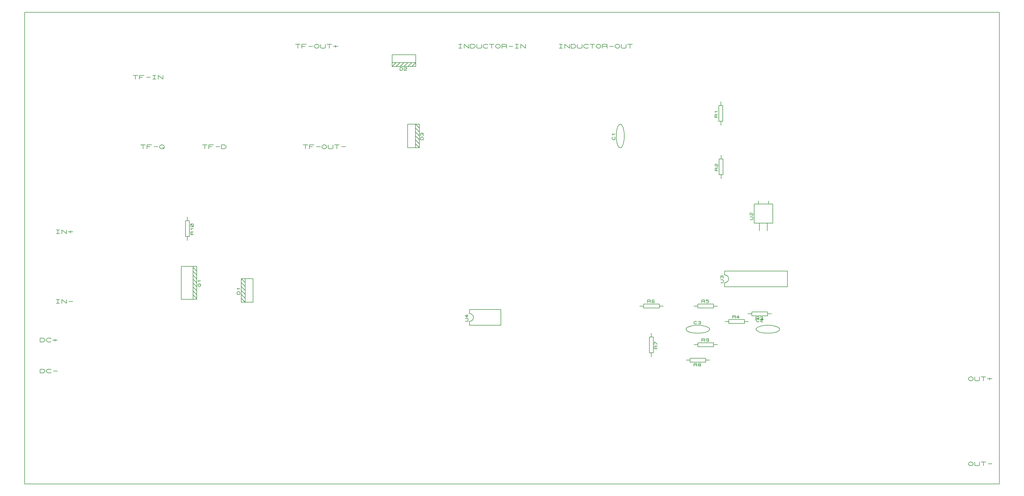
<source format=gbr>
G04 PROTEUS GERBER X2 FILE*
%TF.GenerationSoftware,Labcenter,Proteus,8.7-SP3-Build25561*%
%TF.CreationDate,2020-06-23T21:11:53+00:00*%
%TF.FileFunction,Legend,Top*%
%TF.FilePolarity,Positive*%
%TF.Part,Single*%
%TF.SameCoordinates,{43e51975-e15d-4f1a-9cd5-5ad722afc605}*%
%FSLAX45Y45*%
%MOMM*%
G01*
%TA.AperFunction,Material*%
%ADD20C,0.203200*%
%TA.AperFunction,Profile*%
%ADD17C,0.203200*%
%TD.AperFunction*%
D20*
X-10936500Y+3466600D02*
X-10555500Y+3466600D01*
X-10555500Y+4533400D01*
X-10936500Y+4533400D01*
X-10936500Y+3466600D01*
X-10555500Y+4533400D02*
X-10441200Y+4533400D01*
X-10441200Y+3466600D01*
X-10555500Y+3466600D01*
X-10555500Y+4368300D02*
X-10441200Y+4254000D01*
X-10555500Y+4495300D02*
X-10441200Y+4381000D01*
X-10555500Y+4241300D02*
X-10441200Y+4127000D01*
X-10555500Y+4368300D02*
X-10441200Y+4254000D01*
X-10555500Y+4114300D02*
X-10441200Y+4000000D01*
X-10555500Y+4241300D02*
X-10441200Y+4127000D01*
X-10555500Y+3987300D02*
X-10441200Y+3873000D01*
X-10555500Y+4114300D02*
X-10441200Y+4000000D01*
X-10555500Y+3860300D02*
X-10441200Y+3746000D01*
X-10555500Y+3987300D02*
X-10441200Y+3873000D01*
X-10555500Y+3733300D02*
X-10441200Y+3619000D01*
X-10555500Y+3860300D02*
X-10441200Y+3746000D01*
X-10555500Y+3606300D02*
X-10441200Y+3492000D01*
X-10555500Y+3733300D02*
X-10441200Y+3619000D01*
X-10370080Y+3873000D02*
X-10400560Y+3904750D01*
X-10400560Y+3936500D01*
X-10370080Y+3968250D01*
X-10339600Y+3968250D01*
X-10309120Y+3936500D01*
X-10309120Y+3904750D01*
X-10339600Y+3873000D01*
X-10370080Y+3873000D01*
X-10339600Y+3936500D02*
X-10309120Y+3968250D01*
X-10370080Y+4031750D02*
X-10400560Y+4063500D01*
X-10309120Y+4063500D01*
X-8877000Y+3373000D02*
X-8623000Y+3373000D01*
X-8623000Y+4135000D01*
X-8877000Y+4135000D01*
X-8877000Y+3373000D01*
X-9004000Y+3373000D01*
X-9004000Y+4135000D01*
X-8877000Y+4135000D01*
X-8877000Y+3373000D02*
X-9004000Y+3500000D01*
X-8877000Y+3500000D02*
X-9004000Y+3627000D01*
X-8877000Y+3627000D02*
X-9004000Y+3754000D01*
X-8877000Y+3754000D02*
X-9004000Y+3881000D01*
X-8877000Y+3881000D02*
X-9004000Y+4008000D01*
X-8877000Y+4008000D02*
X-9004000Y+4135000D01*
X-9044640Y+3627000D02*
X-9136080Y+3627000D01*
X-9136080Y+3690500D01*
X-9105600Y+3722250D01*
X-9075120Y+3722250D01*
X-9044640Y+3690500D01*
X-9044640Y+3627000D01*
X-9105600Y+3785750D02*
X-9136080Y+3817500D01*
X-9044640Y+3817500D01*
X-4127000Y+11123000D02*
X-3365000Y+11123000D01*
X-3365000Y+11377000D01*
X-4127000Y+11377000D01*
X-4127000Y+11123000D01*
X-3365000Y+11123000D02*
X-3365000Y+10996000D01*
X-4127000Y+10996000D01*
X-4127000Y+11123000D01*
X-3365000Y+11123000D02*
X-3492000Y+10996000D01*
X-3492000Y+11123000D02*
X-3619000Y+10996000D01*
X-3619000Y+11123000D02*
X-3746000Y+10996000D01*
X-3746000Y+11123000D02*
X-3873000Y+10996000D01*
X-3873000Y+11123000D02*
X-4000000Y+10996000D01*
X-4000000Y+11123000D02*
X-4127000Y+10996000D01*
X-3873000Y+10863920D02*
X-3873000Y+10955360D01*
X-3809500Y+10955360D01*
X-3777750Y+10924880D01*
X-3777750Y+10894400D01*
X-3809500Y+10863920D01*
X-3873000Y+10863920D01*
X-3730125Y+10940120D02*
X-3714250Y+10955360D01*
X-3666625Y+10955360D01*
X-3650750Y+10940120D01*
X-3650750Y+10924880D01*
X-3666625Y+10909640D01*
X-3714250Y+10909640D01*
X-3730125Y+10894400D01*
X-3730125Y+10863920D01*
X-3650750Y+10863920D01*
X-3627000Y+8365000D02*
X-3373000Y+8365000D01*
X-3373000Y+9127000D01*
X-3627000Y+9127000D01*
X-3627000Y+8365000D01*
X-3373000Y+9127000D02*
X-3246000Y+9127000D01*
X-3246000Y+8365000D01*
X-3373000Y+8365000D01*
X-3373000Y+9127000D02*
X-3246000Y+9000000D01*
X-3373000Y+9000000D02*
X-3246000Y+8873000D01*
X-3373000Y+8873000D02*
X-3246000Y+8746000D01*
X-3373000Y+8746000D02*
X-3246000Y+8619000D01*
X-3373000Y+8619000D02*
X-3246000Y+8492000D01*
X-3373000Y+8492000D02*
X-3246000Y+8365000D01*
X-3113920Y+8619000D02*
X-3205360Y+8619000D01*
X-3205360Y+8682500D01*
X-3174880Y+8714250D01*
X-3144400Y+8714250D01*
X-3113920Y+8682500D01*
X-3113920Y+8619000D01*
X-3190120Y+8761875D02*
X-3205360Y+8777750D01*
X-3205360Y+8825375D01*
X-3190120Y+8841250D01*
X-3174880Y+8841250D01*
X-3159640Y+8825375D01*
X-3144400Y+8841250D01*
X-3129160Y+8841250D01*
X-3113920Y+8825375D01*
X-3113920Y+8777750D01*
X-3129160Y+8761875D01*
X-3159640Y+8793625D02*
X-3159640Y+8825375D01*
X+3250000Y+8365000D02*
X+3224124Y+8372516D01*
X+3200152Y+8394170D01*
X+3178562Y+8428624D01*
X+3159830Y+8474538D01*
X+3144431Y+8530571D01*
X+3132842Y+8595386D01*
X+3125540Y+8667642D01*
X+3123000Y+8746000D01*
X+3250000Y+9127000D02*
X+3224124Y+9119380D01*
X+3200152Y+9097472D01*
X+3178562Y+9062706D01*
X+3159830Y+9016510D01*
X+3144431Y+8960312D01*
X+3132842Y+8895542D01*
X+3125540Y+8823629D01*
X+3123000Y+8746000D01*
X+3250000Y+9127000D02*
X+3275876Y+9119380D01*
X+3299848Y+9097472D01*
X+3321438Y+9062706D01*
X+3340170Y+9016510D01*
X+3355569Y+8960312D01*
X+3367158Y+8895542D01*
X+3374460Y+8823629D01*
X+3377000Y+8746000D01*
X+3250000Y+8365000D02*
X+3275876Y+8372516D01*
X+3299848Y+8394170D01*
X+3321438Y+8428624D01*
X+3340170Y+8474538D01*
X+3355569Y+8530571D01*
X+3367158Y+8595386D01*
X+3374460Y+8667642D01*
X+3377000Y+8746000D01*
X+3067120Y+8714250D02*
X+3082360Y+8698375D01*
X+3082360Y+8650750D01*
X+3051880Y+8619000D01*
X+3021400Y+8619000D01*
X+2990920Y+8650750D01*
X+2990920Y+8698375D01*
X+3006160Y+8714250D01*
X+3021400Y+8777750D02*
X+2990920Y+8809500D01*
X+3082360Y+8809500D01*
D17*
X-16000000Y-2500000D02*
X+15500000Y-2500000D01*
X+15500000Y+12750000D01*
X-16000000Y+12750000D01*
X-16000000Y-2500000D01*
D20*
X+6500000Y+9095000D02*
X+6500000Y+9222000D01*
X+6436500Y+9222000D02*
X+6563500Y+9222000D01*
X+6563500Y+9730000D01*
X+6436500Y+9730000D01*
X+6436500Y+9222000D01*
X+6500000Y+9730000D02*
X+6500000Y+9857000D01*
X+6395860Y+9349000D02*
X+6304420Y+9349000D01*
X+6304420Y+9428375D01*
X+6319660Y+9444250D01*
X+6334900Y+9444250D01*
X+6350140Y+9428375D01*
X+6350140Y+9349000D01*
X+6350140Y+9428375D02*
X+6365380Y+9444250D01*
X+6395860Y+9444250D01*
X+6334900Y+9507750D02*
X+6304420Y+9539500D01*
X+6395860Y+9539500D01*
X+6508000Y+7369000D02*
X+6508000Y+7496000D01*
X+6444500Y+7496000D02*
X+6571500Y+7496000D01*
X+6571500Y+8004000D01*
X+6444500Y+8004000D01*
X+6444500Y+7496000D01*
X+6508000Y+8004000D02*
X+6508000Y+8131000D01*
X+6403860Y+7623000D02*
X+6312420Y+7623000D01*
X+6312420Y+7702375D01*
X+6327660Y+7718250D01*
X+6342900Y+7718250D01*
X+6358140Y+7702375D01*
X+6358140Y+7623000D01*
X+6358140Y+7702375D02*
X+6373380Y+7718250D01*
X+6403860Y+7718250D01*
X+6327660Y+7765875D02*
X+6312420Y+7781750D01*
X+6312420Y+7829375D01*
X+6327660Y+7845250D01*
X+6342900Y+7845250D01*
X+6358140Y+7829375D01*
X+6358140Y+7781750D01*
X+6373380Y+7765875D01*
X+6403860Y+7765875D01*
X+6403860Y+7845250D01*
X+7575000Y+5928000D02*
X+8175000Y+5928000D01*
X+8175000Y+6548000D01*
X+7575000Y+6548000D01*
X+7575000Y+5928000D01*
X+7748000Y+5688000D02*
X+7748000Y+5928000D01*
X+8002000Y+5688000D02*
X+8002000Y+5926000D01*
X+7709000Y+6648000D02*
X+7709000Y+6549000D01*
X+8039000Y+6648000D02*
X+8039000Y+6549000D01*
X+7442920Y+6042000D02*
X+7519120Y+6042000D01*
X+7534360Y+6057875D01*
X+7534360Y+6121375D01*
X+7519120Y+6137250D01*
X+7442920Y+6137250D01*
X+7458160Y+6184875D02*
X+7442920Y+6200750D01*
X+7442920Y+6248375D01*
X+7458160Y+6264250D01*
X+7473400Y+6264250D01*
X+7488640Y+6248375D01*
X+7488640Y+6200750D01*
X+7503880Y+6184875D01*
X+7534360Y+6184875D01*
X+7534360Y+6264250D01*
X+6623000Y+3877000D02*
X+6623000Y+4004000D01*
X+6750000Y+4131000D02*
X+6747564Y+4156876D01*
X+6740515Y+4180848D01*
X+6729238Y+4202438D01*
X+6714122Y+4221170D01*
X+6695554Y+4236569D01*
X+6673919Y+4248158D01*
X+6649606Y+4255460D01*
X+6623000Y+4258000D01*
X+6750000Y+4131000D02*
X+6747564Y+4104394D01*
X+6740515Y+4080081D01*
X+6729238Y+4058446D01*
X+6714122Y+4039878D01*
X+6695554Y+4024762D01*
X+6673919Y+4013485D01*
X+6649606Y+4006436D01*
X+6623000Y+4004000D01*
X+6623000Y+4258000D02*
X+6623000Y+4385000D01*
X+8655000Y+3877000D02*
X+8655000Y+4385000D01*
X+6623000Y+3877000D02*
X+8655000Y+3877000D01*
X+8655000Y+4385000D02*
X+6623000Y+4385000D01*
X+6490920Y+4004000D02*
X+6567120Y+4004000D01*
X+6582360Y+4019875D01*
X+6582360Y+4083375D01*
X+6567120Y+4099250D01*
X+6490920Y+4099250D01*
X+6506160Y+4146875D02*
X+6490920Y+4162750D01*
X+6490920Y+4210375D01*
X+6506160Y+4226250D01*
X+6521400Y+4226250D01*
X+6536640Y+4210375D01*
X+6551880Y+4226250D01*
X+6567120Y+4226250D01*
X+6582360Y+4210375D01*
X+6582360Y+4162750D01*
X+6567120Y+4146875D01*
X+6536640Y+4178625D02*
X+6536640Y+4210375D01*
X+8401000Y+2500000D02*
X+8393484Y+2474124D01*
X+8371830Y+2450152D01*
X+8337376Y+2428562D01*
X+8291462Y+2409830D01*
X+8235428Y+2394431D01*
X+8170614Y+2382842D01*
X+8098358Y+2375540D01*
X+8020000Y+2373000D01*
X+7639000Y+2500000D02*
X+7646620Y+2474124D01*
X+7668528Y+2450152D01*
X+7703294Y+2428562D01*
X+7749490Y+2409830D01*
X+7805688Y+2394431D01*
X+7870458Y+2382842D01*
X+7942371Y+2375540D01*
X+8020000Y+2373000D01*
X+7639000Y+2500000D02*
X+7646620Y+2525876D01*
X+7668528Y+2549848D01*
X+7703294Y+2571438D01*
X+7749490Y+2590170D01*
X+7805688Y+2605569D01*
X+7870458Y+2617158D01*
X+7942371Y+2624460D01*
X+8020000Y+2627000D01*
X+8401000Y+2500000D02*
X+8393484Y+2525876D01*
X+8371830Y+2549848D01*
X+8337376Y+2571438D01*
X+8291462Y+2590170D01*
X+8235428Y+2605569D01*
X+8170614Y+2617158D01*
X+8098358Y+2624460D01*
X+8020000Y+2627000D01*
X+7738250Y+2756160D02*
X+7722375Y+2740920D01*
X+7674750Y+2740920D01*
X+7643000Y+2771400D01*
X+7643000Y+2801880D01*
X+7674750Y+2832360D01*
X+7722375Y+2832360D01*
X+7738250Y+2817120D01*
X+7785875Y+2817120D02*
X+7801750Y+2832360D01*
X+7849375Y+2832360D01*
X+7865250Y+2817120D01*
X+7865250Y+2801880D01*
X+7849375Y+2786640D01*
X+7801750Y+2786640D01*
X+7785875Y+2771400D01*
X+7785875Y+2740920D01*
X+7865250Y+2740920D01*
X+8139000Y+3000000D02*
X+8012000Y+3000000D01*
X+7504000Y+2936500D02*
X+8012000Y+2936500D01*
X+8012000Y+3063500D01*
X+7504000Y+3063500D01*
X+7504000Y+2936500D01*
X+7504000Y+3000000D02*
X+7377000Y+3000000D01*
X+7631000Y+2804420D02*
X+7631000Y+2895860D01*
X+7710375Y+2895860D01*
X+7726250Y+2880620D01*
X+7726250Y+2865380D01*
X+7710375Y+2850140D01*
X+7631000Y+2850140D01*
X+7710375Y+2850140D02*
X+7726250Y+2834900D01*
X+7726250Y+2804420D01*
X+7773875Y+2880620D02*
X+7789750Y+2895860D01*
X+7837375Y+2895860D01*
X+7853250Y+2880620D01*
X+7853250Y+2865380D01*
X+7837375Y+2850140D01*
X+7853250Y+2834900D01*
X+7853250Y+2819660D01*
X+7837375Y+2804420D01*
X+7789750Y+2804420D01*
X+7773875Y+2819660D01*
X+7805625Y+2850140D02*
X+7837375Y+2850140D01*
X+5627000Y+3250000D02*
X+5754000Y+3250000D01*
X+5754000Y+3186500D02*
X+6262000Y+3186500D01*
X+6262000Y+3313500D01*
X+5754000Y+3313500D01*
X+5754000Y+3186500D01*
X+6262000Y+3250000D02*
X+6389000Y+3250000D01*
X+5881000Y+3354140D02*
X+5881000Y+3445580D01*
X+5960375Y+3445580D01*
X+5976250Y+3430340D01*
X+5976250Y+3415100D01*
X+5960375Y+3399860D01*
X+5881000Y+3399860D01*
X+5960375Y+3399860D02*
X+5976250Y+3384620D01*
X+5976250Y+3354140D01*
X+6103250Y+3445580D02*
X+6023875Y+3445580D01*
X+6023875Y+3415100D01*
X+6087375Y+3415100D01*
X+6103250Y+3399860D01*
X+6103250Y+3369380D01*
X+6087375Y+3354140D01*
X+6039750Y+3354140D01*
X+6023875Y+3369380D01*
X+6627000Y+2750000D02*
X+6754000Y+2750000D01*
X+6754000Y+2686500D02*
X+7262000Y+2686500D01*
X+7262000Y+2813500D01*
X+6754000Y+2813500D01*
X+6754000Y+2686500D01*
X+7262000Y+2750000D02*
X+7389000Y+2750000D01*
X+6881000Y+2854140D02*
X+6881000Y+2945580D01*
X+6960375Y+2945580D01*
X+6976250Y+2930340D01*
X+6976250Y+2915100D01*
X+6960375Y+2899860D01*
X+6881000Y+2899860D01*
X+6960375Y+2899860D02*
X+6976250Y+2884620D01*
X+6976250Y+2854140D01*
X+7103250Y+2884620D02*
X+7008000Y+2884620D01*
X+7071500Y+2945580D01*
X+7071500Y+2854140D01*
X+5373000Y+2500000D02*
X+5380516Y+2525876D01*
X+5402170Y+2549848D01*
X+5436624Y+2571438D01*
X+5482538Y+2590170D01*
X+5538572Y+2605569D01*
X+5603386Y+2617158D01*
X+5675642Y+2624460D01*
X+5754000Y+2627000D01*
X+6135000Y+2500000D02*
X+6127380Y+2525876D01*
X+6105472Y+2549848D01*
X+6070706Y+2571438D01*
X+6024510Y+2590170D01*
X+5968312Y+2605569D01*
X+5903542Y+2617158D01*
X+5831629Y+2624460D01*
X+5754000Y+2627000D01*
X+6135000Y+2500000D02*
X+6127380Y+2474124D01*
X+6105472Y+2450152D01*
X+6070706Y+2428562D01*
X+6024510Y+2409830D01*
X+5968312Y+2394431D01*
X+5903542Y+2382842D01*
X+5831629Y+2375540D01*
X+5754000Y+2373000D01*
X+5373000Y+2500000D02*
X+5380516Y+2474124D01*
X+5402170Y+2450152D01*
X+5436624Y+2428562D01*
X+5482538Y+2409830D01*
X+5538572Y+2394431D01*
X+5603386Y+2382842D01*
X+5675642Y+2375540D01*
X+5754000Y+2373000D01*
X+5722250Y+2682880D02*
X+5706375Y+2667640D01*
X+5658750Y+2667640D01*
X+5627000Y+2698120D01*
X+5627000Y+2728600D01*
X+5658750Y+2759080D01*
X+5706375Y+2759080D01*
X+5722250Y+2743840D01*
X+5769875Y+2743840D02*
X+5785750Y+2759080D01*
X+5833375Y+2759080D01*
X+5849250Y+2743840D01*
X+5849250Y+2728600D01*
X+5833375Y+2713360D01*
X+5849250Y+2698120D01*
X+5849250Y+2682880D01*
X+5833375Y+2667640D01*
X+5785750Y+2667640D01*
X+5769875Y+2682880D01*
X+5801625Y+2713360D02*
X+5833375Y+2713360D01*
X+3877000Y+3250000D02*
X+4004000Y+3250000D01*
X+4004000Y+3186500D02*
X+4512000Y+3186500D01*
X+4512000Y+3313500D01*
X+4004000Y+3313500D01*
X+4004000Y+3186500D01*
X+4512000Y+3250000D02*
X+4639000Y+3250000D01*
X+4131000Y+3354140D02*
X+4131000Y+3445580D01*
X+4210375Y+3445580D01*
X+4226250Y+3430340D01*
X+4226250Y+3415100D01*
X+4210375Y+3399860D01*
X+4131000Y+3399860D01*
X+4210375Y+3399860D02*
X+4226250Y+3384620D01*
X+4226250Y+3354140D01*
X+4353250Y+3430340D02*
X+4337375Y+3445580D01*
X+4289750Y+3445580D01*
X+4273875Y+3430340D01*
X+4273875Y+3369380D01*
X+4289750Y+3354140D01*
X+4337375Y+3354140D01*
X+4353250Y+3369380D01*
X+4353250Y+3384620D01*
X+4337375Y+3399860D01*
X+4273875Y+3399860D01*
X+6139000Y+1500000D02*
X+6012000Y+1500000D01*
X+5504000Y+1436500D02*
X+6012000Y+1436500D01*
X+6012000Y+1563500D01*
X+5504000Y+1563500D01*
X+5504000Y+1436500D01*
X+5504000Y+1500000D02*
X+5377000Y+1500000D01*
X+5631000Y+1304420D02*
X+5631000Y+1395860D01*
X+5710375Y+1395860D01*
X+5726250Y+1380620D01*
X+5726250Y+1365380D01*
X+5710375Y+1350140D01*
X+5631000Y+1350140D01*
X+5710375Y+1350140D02*
X+5726250Y+1334900D01*
X+5726250Y+1304420D01*
X+5789750Y+1350140D02*
X+5773875Y+1365380D01*
X+5773875Y+1380620D01*
X+5789750Y+1395860D01*
X+5837375Y+1395860D01*
X+5853250Y+1380620D01*
X+5853250Y+1365380D01*
X+5837375Y+1350140D01*
X+5789750Y+1350140D01*
X+5773875Y+1334900D01*
X+5773875Y+1319660D01*
X+5789750Y+1304420D01*
X+5837375Y+1304420D01*
X+5853250Y+1319660D01*
X+5853250Y+1334900D01*
X+5837375Y+1350140D01*
X+4250000Y+2373000D02*
X+4250000Y+2246000D01*
X+4186500Y+1738000D02*
X+4313500Y+1738000D01*
X+4313500Y+2246000D01*
X+4186500Y+2246000D01*
X+4186500Y+1738000D01*
X+4250000Y+1738000D02*
X+4250000Y+1611000D01*
X+4445580Y+1865000D02*
X+4354140Y+1865000D01*
X+4354140Y+1944375D01*
X+4369380Y+1960250D01*
X+4384620Y+1960250D01*
X+4399860Y+1944375D01*
X+4399860Y+1865000D01*
X+4399860Y+1944375D02*
X+4415100Y+1960250D01*
X+4445580Y+1960250D01*
X+4354140Y+2007875D02*
X+4354140Y+2087250D01*
X+4369380Y+2087250D01*
X+4445580Y+2007875D01*
X+5627000Y+2000000D02*
X+5754000Y+2000000D01*
X+5754000Y+1936500D02*
X+6262000Y+1936500D01*
X+6262000Y+2063500D01*
X+5754000Y+2063500D01*
X+5754000Y+1936500D01*
X+6262000Y+2000000D02*
X+6389000Y+2000000D01*
X+5881000Y+2104140D02*
X+5881000Y+2195580D01*
X+5960375Y+2195580D01*
X+5976250Y+2180340D01*
X+5976250Y+2165100D01*
X+5960375Y+2149860D01*
X+5881000Y+2149860D01*
X+5960375Y+2149860D02*
X+5976250Y+2134620D01*
X+5976250Y+2104140D01*
X+6103250Y+2165100D02*
X+6087375Y+2149860D01*
X+6039750Y+2149860D01*
X+6023875Y+2165100D01*
X+6023875Y+2180340D01*
X+6039750Y+2195580D01*
X+6087375Y+2195580D01*
X+6103250Y+2180340D01*
X+6103250Y+2119380D01*
X+6087375Y+2104140D01*
X+6039750Y+2104140D01*
X-1627000Y+3008000D02*
X-1627000Y+3135000D01*
X-611000Y+3135000D01*
X-611000Y+2627000D01*
X-1627000Y+2627000D01*
X-1627000Y+2754000D01*
X-1500000Y+2881000D02*
X-1502436Y+2906876D01*
X-1509485Y+2930848D01*
X-1520762Y+2952438D01*
X-1535878Y+2971170D01*
X-1554446Y+2986569D01*
X-1576081Y+2998158D01*
X-1600394Y+3005460D01*
X-1627000Y+3008000D01*
X-1500000Y+2881000D02*
X-1502436Y+2854394D01*
X-1509485Y+2830081D01*
X-1520762Y+2808446D01*
X-1535878Y+2789878D01*
X-1554446Y+2774762D01*
X-1576081Y+2763485D01*
X-1600394Y+2756436D01*
X-1627000Y+2754000D01*
X-1759080Y+2754000D02*
X-1682880Y+2754000D01*
X-1667640Y+2769875D01*
X-1667640Y+2833375D01*
X-1682880Y+2849250D01*
X-1759080Y+2849250D01*
X-1698120Y+2976250D02*
X-1698120Y+2881000D01*
X-1759080Y+2944500D01*
X-1667640Y+2944500D01*
X-10742000Y+6131000D02*
X-10742000Y+6004000D01*
X-10805500Y+5496000D02*
X-10678500Y+5496000D01*
X-10678500Y+6004000D01*
X-10805500Y+6004000D01*
X-10805500Y+5496000D01*
X-10742000Y+5496000D02*
X-10742000Y+5369000D01*
X-10546420Y+5559500D02*
X-10637860Y+5559500D01*
X-10637860Y+5638875D01*
X-10622620Y+5654750D01*
X-10607380Y+5654750D01*
X-10592140Y+5638875D01*
X-10592140Y+5559500D01*
X-10592140Y+5638875D02*
X-10576900Y+5654750D01*
X-10546420Y+5654750D01*
X-10607380Y+5718250D02*
X-10637860Y+5750000D01*
X-10546420Y+5750000D01*
X-10561660Y+5813500D02*
X-10622620Y+5813500D01*
X-10637860Y+5829375D01*
X-10637860Y+5892875D01*
X-10622620Y+5908750D01*
X-10561660Y+5908750D01*
X-10546420Y+5892875D01*
X-10546420Y+5829375D01*
X-10561660Y+5813500D01*
X-10546420Y+5813500D02*
X-10637860Y+5908750D01*
X-14974600Y+5709360D02*
X-14873000Y+5709360D01*
X-14923800Y+5709360D02*
X-14923800Y+5587440D01*
X-14974600Y+5587440D02*
X-14873000Y+5587440D01*
X-14796800Y+5587440D02*
X-14796800Y+5709360D01*
X-14644400Y+5587440D01*
X-14644400Y+5709360D01*
X-14593600Y+5648400D02*
X-14441200Y+5648400D01*
X-14517400Y+5689040D02*
X-14517400Y+5607760D01*
X-14974600Y+3459360D02*
X-14873000Y+3459360D01*
X-14923800Y+3459360D02*
X-14923800Y+3337440D01*
X-14974600Y+3337440D02*
X-14873000Y+3337440D01*
X-14796800Y+3337440D02*
X-14796800Y+3459360D01*
X-14644400Y+3337440D01*
X-14644400Y+3459360D01*
X-14568200Y+3398400D02*
X-14441200Y+3398400D01*
X+14500000Y+918720D02*
X+14550800Y+959360D01*
X+14601600Y+959360D01*
X+14652400Y+918720D01*
X+14652400Y+878080D01*
X+14601600Y+837440D01*
X+14550800Y+837440D01*
X+14500000Y+878080D01*
X+14500000Y+918720D01*
X+14703200Y+959360D02*
X+14703200Y+857760D01*
X+14728600Y+837440D01*
X+14830200Y+837440D01*
X+14855600Y+857760D01*
X+14855600Y+959360D01*
X+14906400Y+959360D02*
X+15058800Y+959360D01*
X+14982600Y+959360D02*
X+14982600Y+837440D01*
X+15109600Y+898400D02*
X+15262000Y+898400D01*
X+15185800Y+939040D02*
X+15185800Y+857760D01*
X+14500000Y-1831280D02*
X+14550800Y-1790640D01*
X+14601600Y-1790640D01*
X+14652400Y-1831280D01*
X+14652400Y-1871920D01*
X+14601600Y-1912560D01*
X+14550800Y-1912560D01*
X+14500000Y-1871920D01*
X+14500000Y-1831280D01*
X+14703200Y-1790640D02*
X+14703200Y-1892240D01*
X+14728600Y-1912560D01*
X+14830200Y-1912560D01*
X+14855600Y-1892240D01*
X+14855600Y-1790640D01*
X+14906400Y-1790640D02*
X+15058800Y-1790640D01*
X+14982600Y-1790640D02*
X+14982600Y-1912560D01*
X+15135000Y-1851600D02*
X+15262000Y-1851600D01*
X-15500000Y+2087440D02*
X-15500000Y+2209360D01*
X-15398400Y+2209360D01*
X-15347600Y+2168720D01*
X-15347600Y+2128080D01*
X-15398400Y+2087440D01*
X-15500000Y+2087440D01*
X-15144400Y+2107760D02*
X-15169800Y+2087440D01*
X-15246000Y+2087440D01*
X-15296800Y+2128080D01*
X-15296800Y+2168720D01*
X-15246000Y+2209360D01*
X-15169800Y+2209360D01*
X-15144400Y+2189040D01*
X-15093600Y+2148400D02*
X-14941200Y+2148400D01*
X-15017400Y+2189040D02*
X-15017400Y+2107760D01*
X-15500000Y+1087440D02*
X-15500000Y+1209360D01*
X-15398400Y+1209360D01*
X-15347600Y+1168720D01*
X-15347600Y+1128080D01*
X-15398400Y+1087440D01*
X-15500000Y+1087440D01*
X-15144400Y+1107760D02*
X-15169800Y+1087440D01*
X-15246000Y+1087440D01*
X-15296800Y+1128080D01*
X-15296800Y+1168720D01*
X-15246000Y+1209360D01*
X-15169800Y+1209360D01*
X-15144400Y+1189040D01*
X-15068200Y+1148400D02*
X-14941200Y+1148400D01*
X-12500000Y+10709360D02*
X-12347600Y+10709360D01*
X-12423800Y+10709360D02*
X-12423800Y+10587440D01*
X-12296800Y+10587440D02*
X-12296800Y+10709360D01*
X-12144400Y+10709360D01*
X-12296800Y+10648400D02*
X-12195200Y+10648400D01*
X-12068200Y+10648400D02*
X-11941200Y+10648400D01*
X-11865000Y+10709360D02*
X-11763400Y+10709360D01*
X-11814200Y+10709360D02*
X-11814200Y+10587440D01*
X-11865000Y+10587440D02*
X-11763400Y+10587440D01*
X-11687200Y+10587440D02*
X-11687200Y+10709360D01*
X-11534800Y+10587440D01*
X-11534800Y+10709360D01*
X-12250000Y+8459360D02*
X-12097600Y+8459360D01*
X-12173800Y+8459360D02*
X-12173800Y+8337440D01*
X-12046800Y+8337440D02*
X-12046800Y+8459360D01*
X-11894400Y+8459360D01*
X-12046800Y+8398400D02*
X-11945200Y+8398400D01*
X-11818200Y+8398400D02*
X-11691200Y+8398400D01*
X-11640400Y+8418720D02*
X-11589600Y+8459360D01*
X-11538800Y+8459360D01*
X-11488000Y+8418720D01*
X-11488000Y+8378080D01*
X-11538800Y+8337440D01*
X-11589600Y+8337440D01*
X-11640400Y+8378080D01*
X-11640400Y+8418720D01*
X-11538800Y+8378080D02*
X-11488000Y+8337440D01*
X-10250000Y+8459360D02*
X-10097600Y+8459360D01*
X-10173800Y+8459360D02*
X-10173800Y+8337440D01*
X-10046800Y+8337440D02*
X-10046800Y+8459360D01*
X-9894400Y+8459360D01*
X-10046800Y+8398400D02*
X-9945200Y+8398400D01*
X-9818200Y+8398400D02*
X-9691200Y+8398400D01*
X-9640400Y+8337440D02*
X-9640400Y+8459360D01*
X-9538800Y+8459360D01*
X-9488000Y+8418720D01*
X-9488000Y+8378080D01*
X-9538800Y+8337440D01*
X-9640400Y+8337440D01*
X-7250000Y+11709360D02*
X-7097600Y+11709360D01*
X-7173800Y+11709360D02*
X-7173800Y+11587440D01*
X-7046800Y+11587440D02*
X-7046800Y+11709360D01*
X-6894400Y+11709360D01*
X-7046800Y+11648400D02*
X-6945200Y+11648400D01*
X-6818200Y+11648400D02*
X-6691200Y+11648400D01*
X-6640400Y+11668720D02*
X-6589600Y+11709360D01*
X-6538800Y+11709360D01*
X-6488000Y+11668720D01*
X-6488000Y+11628080D01*
X-6538800Y+11587440D01*
X-6589600Y+11587440D01*
X-6640400Y+11628080D01*
X-6640400Y+11668720D01*
X-6437200Y+11709360D02*
X-6437200Y+11607760D01*
X-6411800Y+11587440D01*
X-6310200Y+11587440D01*
X-6284800Y+11607760D01*
X-6284800Y+11709360D01*
X-6234000Y+11709360D02*
X-6081600Y+11709360D01*
X-6157800Y+11709360D02*
X-6157800Y+11587440D01*
X-6030800Y+11648400D02*
X-5878400Y+11648400D01*
X-5954600Y+11689040D02*
X-5954600Y+11607760D01*
X-7000000Y+8459360D02*
X-6847600Y+8459360D01*
X-6923800Y+8459360D02*
X-6923800Y+8337440D01*
X-6796800Y+8337440D02*
X-6796800Y+8459360D01*
X-6644400Y+8459360D01*
X-6796800Y+8398400D02*
X-6695200Y+8398400D01*
X-6568200Y+8398400D02*
X-6441200Y+8398400D01*
X-6390400Y+8418720D02*
X-6339600Y+8459360D01*
X-6288800Y+8459360D01*
X-6238000Y+8418720D01*
X-6238000Y+8378080D01*
X-6288800Y+8337440D01*
X-6339600Y+8337440D01*
X-6390400Y+8378080D01*
X-6390400Y+8418720D01*
X-6187200Y+8459360D02*
X-6187200Y+8357760D01*
X-6161800Y+8337440D01*
X-6060200Y+8337440D01*
X-6034800Y+8357760D01*
X-6034800Y+8459360D01*
X-5984000Y+8459360D02*
X-5831600Y+8459360D01*
X-5907800Y+8459360D02*
X-5907800Y+8337440D01*
X-5755400Y+8398400D02*
X-5628400Y+8398400D01*
X-1974600Y+11709360D02*
X-1873000Y+11709360D01*
X-1923800Y+11709360D02*
X-1923800Y+11587440D01*
X-1974600Y+11587440D02*
X-1873000Y+11587440D01*
X-1796800Y+11587440D02*
X-1796800Y+11709360D01*
X-1644400Y+11587440D01*
X-1644400Y+11709360D01*
X-1593600Y+11587440D02*
X-1593600Y+11709360D01*
X-1492000Y+11709360D01*
X-1441200Y+11668720D01*
X-1441200Y+11628080D01*
X-1492000Y+11587440D01*
X-1593600Y+11587440D01*
X-1390400Y+11709360D02*
X-1390400Y+11607760D01*
X-1365000Y+11587440D01*
X-1263400Y+11587440D01*
X-1238000Y+11607760D01*
X-1238000Y+11709360D01*
X-1034800Y+11607760D02*
X-1060200Y+11587440D01*
X-1136400Y+11587440D01*
X-1187200Y+11628080D01*
X-1187200Y+11668720D01*
X-1136400Y+11709360D01*
X-1060200Y+11709360D01*
X-1034800Y+11689040D01*
X-984000Y+11709360D02*
X-831600Y+11709360D01*
X-907800Y+11709360D02*
X-907800Y+11587440D01*
X-780800Y+11668720D02*
X-730000Y+11709360D01*
X-679200Y+11709360D01*
X-628400Y+11668720D01*
X-628400Y+11628080D01*
X-679200Y+11587440D01*
X-730000Y+11587440D01*
X-780800Y+11628080D01*
X-780800Y+11668720D01*
X-577600Y+11587440D02*
X-577600Y+11709360D01*
X-450600Y+11709360D01*
X-425200Y+11689040D01*
X-425200Y+11668720D01*
X-450600Y+11648400D01*
X-577600Y+11648400D01*
X-450600Y+11648400D02*
X-425200Y+11628080D01*
X-425200Y+11587440D01*
X-349000Y+11648400D02*
X-222000Y+11648400D01*
X-145800Y+11709360D02*
X-44200Y+11709360D01*
X-95000Y+11709360D02*
X-95000Y+11587440D01*
X-145800Y+11587440D02*
X-44200Y+11587440D01*
X+32000Y+11587440D02*
X+32000Y+11709360D01*
X+184400Y+11587440D01*
X+184400Y+11709360D01*
X+1275400Y+11709360D02*
X+1377000Y+11709360D01*
X+1326200Y+11709360D02*
X+1326200Y+11587440D01*
X+1275400Y+11587440D02*
X+1377000Y+11587440D01*
X+1453200Y+11587440D02*
X+1453200Y+11709360D01*
X+1605600Y+11587440D01*
X+1605600Y+11709360D01*
X+1656400Y+11587440D02*
X+1656400Y+11709360D01*
X+1758000Y+11709360D01*
X+1808800Y+11668720D01*
X+1808800Y+11628080D01*
X+1758000Y+11587440D01*
X+1656400Y+11587440D01*
X+1859600Y+11709360D02*
X+1859600Y+11607760D01*
X+1885000Y+11587440D01*
X+1986600Y+11587440D01*
X+2012000Y+11607760D01*
X+2012000Y+11709360D01*
X+2215200Y+11607760D02*
X+2189800Y+11587440D01*
X+2113600Y+11587440D01*
X+2062800Y+11628080D01*
X+2062800Y+11668720D01*
X+2113600Y+11709360D01*
X+2189800Y+11709360D01*
X+2215200Y+11689040D01*
X+2266000Y+11709360D02*
X+2418400Y+11709360D01*
X+2342200Y+11709360D02*
X+2342200Y+11587440D01*
X+2469200Y+11668720D02*
X+2520000Y+11709360D01*
X+2570800Y+11709360D01*
X+2621600Y+11668720D01*
X+2621600Y+11628080D01*
X+2570800Y+11587440D01*
X+2520000Y+11587440D01*
X+2469200Y+11628080D01*
X+2469200Y+11668720D01*
X+2672400Y+11587440D02*
X+2672400Y+11709360D01*
X+2799400Y+11709360D01*
X+2824800Y+11689040D01*
X+2824800Y+11668720D01*
X+2799400Y+11648400D01*
X+2672400Y+11648400D01*
X+2799400Y+11648400D02*
X+2824800Y+11628080D01*
X+2824800Y+11587440D01*
X+2901000Y+11648400D02*
X+3028000Y+11648400D01*
X+3078800Y+11668720D02*
X+3129600Y+11709360D01*
X+3180400Y+11709360D01*
X+3231200Y+11668720D01*
X+3231200Y+11628080D01*
X+3180400Y+11587440D01*
X+3129600Y+11587440D01*
X+3078800Y+11628080D01*
X+3078800Y+11668720D01*
X+3282000Y+11709360D02*
X+3282000Y+11607760D01*
X+3307400Y+11587440D01*
X+3409000Y+11587440D01*
X+3434400Y+11607760D01*
X+3434400Y+11709360D01*
X+3485200Y+11709360D02*
X+3637600Y+11709360D01*
X+3561400Y+11709360D02*
X+3561400Y+11587440D01*
M02*

</source>
